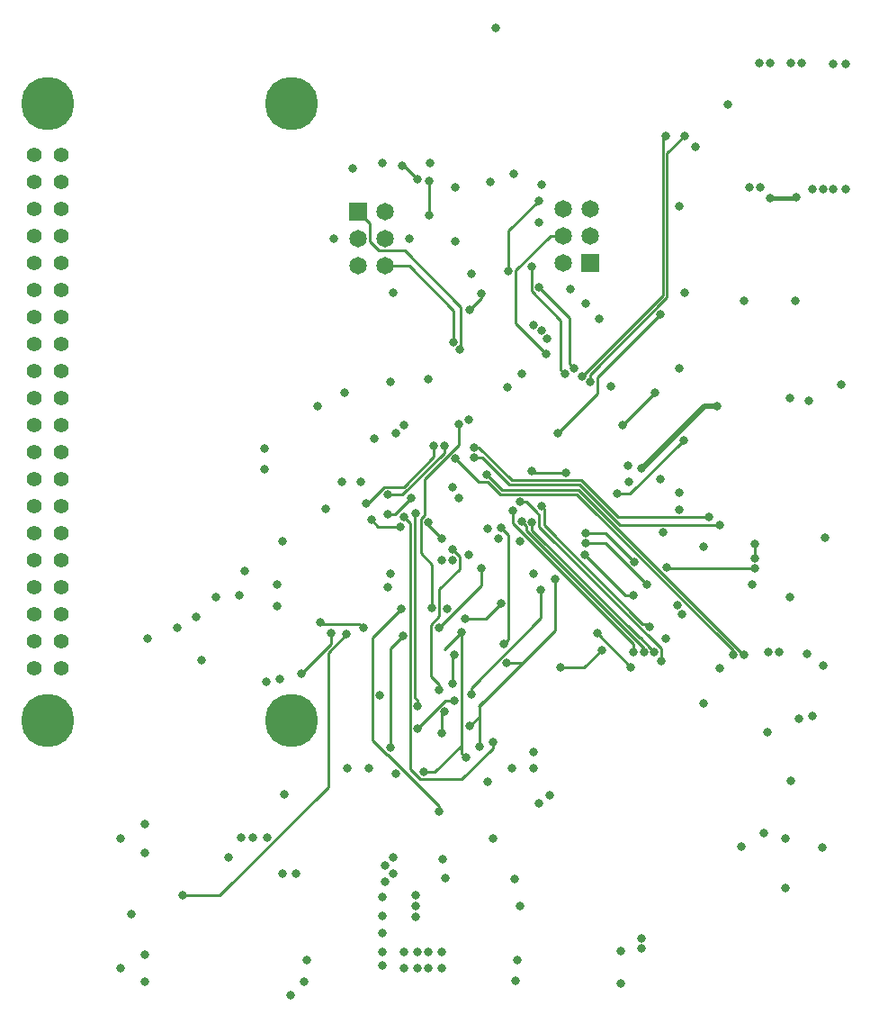
<source format=gbr>
G04 #@! TF.GenerationSoftware,KiCad,Pcbnew,(5.1.5)-3*
G04 #@! TF.CreationDate,2020-10-19T10:12:20-04:00*
G04 #@! TF.ProjectId,flight_computer,666c6967-6874-45f6-936f-6d7075746572,rev?*
G04 #@! TF.SameCoordinates,Original*
G04 #@! TF.FileFunction,Copper,L4,Bot*
G04 #@! TF.FilePolarity,Positive*
%FSLAX46Y46*%
G04 Gerber Fmt 4.6, Leading zero omitted, Abs format (unit mm)*
G04 Created by KiCad (PCBNEW (5.1.5)-3) date 2020-10-19 10:12:20*
%MOMM*%
%LPD*%
G04 APERTURE LIST*
%ADD10C,5.000000*%
%ADD11C,1.397000*%
%ADD12R,1.651000X1.651000*%
%ADD13C,1.651000*%
%ADD14C,0.800000*%
%ADD15C,0.508000*%
%ADD16C,0.254000*%
%ADD17C,0.381000*%
G04 APERTURE END LIST*
D10*
X106058000Y-74124000D03*
X106058000Y-132124000D03*
X83058000Y-74124000D03*
X83058000Y-132124000D03*
D11*
X84328000Y-78994000D03*
X81788000Y-78994000D03*
X84328000Y-81534000D03*
X81788000Y-81534000D03*
X84328000Y-84074000D03*
X81788000Y-84074000D03*
X84328000Y-86614000D03*
X81788000Y-86614000D03*
X84328000Y-89154000D03*
X81788000Y-89154000D03*
X84328000Y-91694000D03*
X81788000Y-91694000D03*
X84328000Y-94234000D03*
X81788000Y-94234000D03*
X84328000Y-96774000D03*
X81788000Y-96774000D03*
X84328000Y-99314000D03*
X81788000Y-99314000D03*
X84328000Y-101854000D03*
X81788000Y-101854000D03*
X84328000Y-104394000D03*
X81788000Y-104394000D03*
X84328000Y-106934000D03*
X81788000Y-106934000D03*
X84328000Y-109474000D03*
X81788000Y-109474000D03*
X84328000Y-112014000D03*
X81788000Y-112014000D03*
X84328000Y-114554000D03*
X81788000Y-114554000D03*
X84328000Y-117094000D03*
X81788000Y-117094000D03*
X84328000Y-119634000D03*
X81788000Y-119634000D03*
X84328000Y-122174000D03*
X81788000Y-122174000D03*
X84328000Y-124714000D03*
X81788000Y-124714000D03*
X84328000Y-127254000D03*
X81788000Y-127254000D03*
D12*
X134112000Y-89154000D03*
D13*
X131572000Y-89154000D03*
X134112000Y-86614000D03*
X131572000Y-86614000D03*
X134112000Y-84074000D03*
X131572000Y-84074000D03*
D12*
X112268000Y-84328000D03*
D13*
X114808000Y-84328000D03*
X112268000Y-86868000D03*
X114808000Y-86868000D03*
X112268000Y-89408000D03*
X114808000Y-89408000D03*
D14*
X115316000Y-118364000D03*
X115062000Y-119634000D03*
X115570000Y-145034000D03*
X114808000Y-145796000D03*
X115570000Y-146558000D03*
X114808000Y-147320000D03*
X105918000Y-157988000D03*
X107188000Y-156718000D03*
X107442000Y-154686000D03*
X116586000Y-153924000D03*
X117856000Y-153924000D03*
X118872000Y-153924000D03*
X120142000Y-153924000D03*
X117856000Y-155448000D03*
X118872000Y-155448000D03*
X120142000Y-155448000D03*
X116586000Y-155448000D03*
X114554000Y-153924000D03*
X114554000Y-155194000D03*
X127000000Y-147066000D03*
X127508000Y-149606000D03*
X127127000Y-156654500D03*
X127254000Y-154686000D03*
X90932000Y-150368000D03*
X89916000Y-155448000D03*
X92202000Y-154178000D03*
X92202000Y-156718000D03*
X124968000Y-143256000D03*
X100076000Y-145034000D03*
X89916000Y-143256000D03*
X92202000Y-144589500D03*
X92202000Y-141922500D03*
X137033000Y-156845000D03*
X137033000Y-153797000D03*
X153035000Y-137795000D03*
X156083000Y-127000000D03*
X154559000Y-125857000D03*
X153416000Y-92710000D03*
X132251400Y-91567000D03*
X133686499Y-92964000D03*
X135001000Y-94361000D03*
X150050500Y-70358000D03*
X151066500Y-70358000D03*
X153035000Y-70358000D03*
X154076400Y-70358000D03*
X157035500Y-70421500D03*
X158178500Y-70421500D03*
X147066000Y-74231500D03*
X155067000Y-82169000D03*
X156083000Y-82169000D03*
X157035500Y-82169000D03*
X158178500Y-82169000D03*
X152521920Y-147901660D03*
X136100820Y-100713540D03*
X142527020Y-99060000D03*
X157734000Y-100584000D03*
X152908000Y-101854000D03*
X110744000Y-109728000D03*
X112522000Y-109728000D03*
X103473000Y-108553000D03*
X97028000Y-122428000D03*
X95250000Y-123444000D03*
X97536000Y-126492000D03*
X114300000Y-129794000D03*
X126746000Y-136652000D03*
X111252000Y-136652000D03*
X113284000Y-136652000D03*
X115824000Y-137160000D03*
X124460000Y-137922000D03*
X129286000Y-139954000D03*
X130302000Y-139192000D03*
X128828989Y-118364000D03*
X146304000Y-127254000D03*
X150812500Y-133223000D03*
X149352000Y-119380000D03*
X125222000Y-67056000D03*
X120650000Y-121666000D03*
X116586000Y-104394000D03*
X148590000Y-92710000D03*
X142494000Y-83820000D03*
X143002000Y-91948000D03*
X149098000Y-82042000D03*
X150114000Y-82042000D03*
X144018000Y-78232000D03*
X117094000Y-86868000D03*
X109982000Y-86868000D03*
X103632000Y-128524000D03*
X104902000Y-128270000D03*
X151892000Y-125730000D03*
X150876000Y-125730000D03*
X141224000Y-124460000D03*
X152952400Y-120528972D03*
X129286000Y-85344000D03*
X115570000Y-91948000D03*
X108458000Y-102616000D03*
X110998000Y-101346000D03*
X115316000Y-100330000D03*
X127679400Y-99568000D03*
X142748000Y-122174000D03*
X142494000Y-110744000D03*
X140970000Y-114471400D03*
X122682000Y-116586000D03*
X104648000Y-121412000D03*
X105156000Y-115316000D03*
X121158000Y-110236000D03*
X101092000Y-120396000D03*
X105346500Y-139065000D03*
X105156000Y-146558000D03*
X106426000Y-146558000D03*
X154686000Y-102108000D03*
X128778000Y-94996000D03*
X130048000Y-96266000D03*
X137751246Y-109708254D03*
X146050000Y-102616000D03*
X138938000Y-108458000D03*
X113792000Y-105664000D03*
X115824000Y-105156000D03*
X127533997Y-115283366D03*
X109220000Y-112268000D03*
X120142000Y-117094000D03*
X121158000Y-117094000D03*
X125476000Y-115062000D03*
X124458413Y-114128830D03*
X121745150Y-111259189D03*
X118872000Y-100076000D03*
X122682000Y-103886000D03*
X129540000Y-95504000D03*
X140716000Y-109474000D03*
X142494000Y-112350600D03*
X137668000Y-108204000D03*
X122936000Y-90170000D03*
X126320600Y-100838000D03*
X121412000Y-82042000D03*
X121412000Y-87122000D03*
X114554000Y-79756000D03*
X119092591Y-79722591D03*
X124714000Y-81534000D03*
X126917400Y-80772000D03*
X144780000Y-130556000D03*
X144780000Y-115824000D03*
X150495000Y-142748000D03*
X152527000Y-143256000D03*
X155067000Y-131699000D03*
X153797000Y-131953000D03*
X156210000Y-114935000D03*
X156019500Y-144081500D03*
X139001500Y-153606500D03*
X139001500Y-152654000D03*
X120269000Y-145224500D03*
X117729000Y-150622000D03*
X117729000Y-149606000D03*
X117729000Y-148590000D03*
X114554000Y-148717000D03*
X114554000Y-150495000D03*
X114554000Y-152146000D03*
X120523000Y-146939000D03*
X92456000Y-124460000D03*
X103505000Y-106553000D03*
X98933000Y-120523000D03*
X101282500Y-143129000D03*
X102425500Y-143129000D03*
X103759000Y-143129000D03*
X111760000Y-80264000D03*
X148336000Y-144018000D03*
X142355973Y-121296027D03*
X104648000Y-119380000D03*
X128778000Y-136601400D03*
X128778000Y-135128000D03*
X129540000Y-81788000D03*
X101600000Y-118110000D03*
X116480600Y-80010000D03*
X117856000Y-81280000D03*
X118971409Y-81434591D03*
X118954600Y-84615409D03*
X123924409Y-91975591D03*
X122764600Y-93571409D03*
X132588000Y-99060000D03*
X129286000Y-91440000D03*
X131795554Y-99588297D03*
X128606599Y-89490599D03*
X119442092Y-106315425D03*
X113030000Y-111760000D03*
X120394495Y-106315425D03*
X115062000Y-110915400D03*
X134810500Y-123952000D03*
X137985500Y-127127000D03*
X127552400Y-111574217D03*
X140823803Y-126522384D03*
X140144403Y-125730000D03*
X128680073Y-113523277D03*
X127698500Y-113474500D03*
X139192000Y-125730000D03*
X138176000Y-125730000D03*
X126873000Y-112458500D03*
X129286000Y-83312000D03*
X126483712Y-89916000D03*
X129985700Y-97658166D03*
X131064000Y-105156000D03*
X140721784Y-93985784D03*
X131826000Y-108896190D03*
X128638210Y-108712000D03*
X121898287Y-97299438D03*
X121279047Y-96575828D03*
X117265400Y-111252000D03*
X115062000Y-112776000D03*
X149606000Y-117856000D03*
X141318166Y-117761834D03*
X138266959Y-117207013D03*
X133724690Y-114554000D03*
X149624909Y-116897909D03*
X149606000Y-115520200D03*
X119888000Y-140716000D03*
X116332000Y-121666000D03*
X123904232Y-117808232D03*
X108712000Y-122936000D03*
X119888000Y-123444000D03*
X112786281Y-123454281D03*
X121748194Y-104311804D03*
X111229144Y-124050600D03*
X95758000Y-148590000D03*
X119281208Y-121567208D03*
X138176000Y-120396000D03*
X133604000Y-116586000D03*
X133350000Y-99822000D03*
X141224000Y-77216000D03*
X134142446Y-100350297D03*
X143002000Y-77216000D03*
X136718040Y-110815120D03*
X142925800Y-105783380D03*
X140208000Y-101346000D03*
X137160000Y-104394000D03*
X146304000Y-113792000D03*
X123190000Y-107442000D03*
X145288000Y-113030000D03*
X123194207Y-106485390D03*
X133724690Y-115506403D03*
X139446000Y-119380000D03*
X139762367Y-123381633D03*
X129540000Y-112014000D03*
X124399761Y-109026239D03*
X148590000Y-125984000D03*
X121412000Y-107524600D03*
X147574000Y-125984000D03*
X109728000Y-123952000D03*
X106934000Y-127762000D03*
X115316000Y-134722820D03*
X122341292Y-122595292D03*
X125730000Y-121158000D03*
X116508972Y-124206000D03*
X117867772Y-130810000D03*
X117761827Y-112681827D03*
X117867773Y-132919567D03*
X121373615Y-130302000D03*
X122936000Y-129671400D03*
X129508389Y-119888000D03*
X125730000Y-114046000D03*
X120142000Y-133350000D03*
X120413079Y-131335079D03*
X121158000Y-128715400D03*
X121373615Y-125984000D03*
X125984000Y-124968000D03*
X123698000Y-134620000D03*
X130867190Y-118872000D03*
X122783986Y-132689986D03*
X126247266Y-126755266D03*
X122453014Y-135661014D03*
X118465986Y-137007986D03*
X122047000Y-123825000D03*
X135227409Y-125511909D03*
X131329600Y-127190500D03*
X124968000Y-134198600D03*
X116586000Y-113030000D03*
X121158000Y-116078000D03*
X119888000Y-129286000D03*
X113538000Y-113284000D03*
X116284824Y-113933528D03*
X118872000Y-113538000D03*
X120142000Y-115062000D03*
X151112239Y-83040239D03*
X153504247Y-82929075D03*
D15*
X139057706Y-108458000D02*
X138938000Y-108458000D01*
X146050000Y-102616000D02*
X144899706Y-102616000D01*
X144899706Y-102616000D02*
X139057706Y-108458000D01*
D16*
X116480600Y-80010000D02*
X116586000Y-80010000D01*
X116586000Y-80010000D02*
X117856000Y-81280000D01*
X118971409Y-81434591D02*
X118971409Y-84598600D01*
X118971409Y-84598600D02*
X118954600Y-84615409D01*
X123924409Y-91975591D02*
X123924409Y-92411600D01*
X123924409Y-92411600D02*
X122764600Y-93571409D01*
X132188001Y-94342001D02*
X129286000Y-91440000D01*
X132588000Y-99060000D02*
X132188001Y-98660001D01*
X132188001Y-98660001D02*
X132188001Y-94342001D01*
X131795554Y-99588297D02*
X131395555Y-99188298D01*
X131395555Y-94555069D02*
X128606599Y-91766113D01*
X131395555Y-99188298D02*
X131395555Y-94555069D01*
X128606599Y-91766113D02*
X128606599Y-91186000D01*
X128606599Y-91186000D02*
X128606599Y-89490599D01*
X119442092Y-106315425D02*
X119442092Y-107379908D01*
X119442092Y-107379908D02*
X116586000Y-110236000D01*
X113211886Y-111760000D02*
X113030000Y-111760000D01*
X116586000Y-110236000D02*
X114735887Y-110235999D01*
X114735887Y-110235999D02*
X113211886Y-111760000D01*
X116481350Y-110915400D02*
X115062000Y-110915400D01*
X120394495Y-106315425D02*
X120394495Y-107002255D01*
X120394495Y-107002255D02*
X116481350Y-110915400D01*
X134810500Y-123952000D02*
X137985500Y-127127000D01*
X127552400Y-111574217D02*
X128118085Y-111574217D01*
X129359474Y-112815606D02*
X129048934Y-112505066D01*
X128118085Y-111574217D02*
X129048934Y-112505066D01*
X140823803Y-126522384D02*
X140823803Y-125403886D01*
X129359474Y-113939557D02*
X129359474Y-112815606D01*
X140823803Y-125403886D02*
X129359474Y-113939557D01*
X139744404Y-125330001D02*
X139744404Y-125266404D01*
X140144403Y-125730000D02*
X139744404Y-125330001D01*
X138874500Y-124396500D02*
X138802145Y-124396500D01*
X139744404Y-125266404D02*
X138874500Y-124396500D01*
X138802145Y-124396500D02*
X128680073Y-114274428D01*
X128680073Y-114274428D02*
X128680073Y-113523277D01*
X128098499Y-113874499D02*
X128098499Y-114267604D01*
X127698500Y-113474500D02*
X128098499Y-113874499D01*
X128098499Y-114267604D02*
X139192000Y-125361105D01*
X139192000Y-125361105D02*
X139192000Y-125730000D01*
X126873000Y-113616855D02*
X126873000Y-112458500D01*
X138176000Y-125730000D02*
X138176000Y-124919855D01*
X138176000Y-124919855D02*
X126873000Y-113616855D01*
X129286000Y-83312000D02*
X126483712Y-86114288D01*
X126483712Y-86114288D02*
X126483712Y-89916000D01*
X129985700Y-97658166D02*
X127163112Y-94835578D01*
X127163112Y-89855455D02*
X127163112Y-91349112D01*
X131572000Y-86614000D02*
X130404567Y-86614000D01*
X127163112Y-94835578D02*
X127163112Y-91349112D01*
X130404567Y-86614000D02*
X127163112Y-89855455D01*
X127163112Y-91349112D02*
X127163112Y-91238746D01*
X134821847Y-99885721D02*
X140721784Y-93985784D01*
X131064000Y-105156000D02*
X134821847Y-101398153D01*
X134821847Y-101398153D02*
X134821847Y-99885721D01*
X131826000Y-108896190D02*
X128822400Y-108896190D01*
X128822400Y-108896190D02*
X128638210Y-108712000D01*
X121958448Y-97239277D02*
X121958448Y-93256448D01*
X121898287Y-97299438D02*
X121958448Y-97239277D01*
X113372901Y-85432901D02*
X112268000Y-84328000D01*
X113372901Y-87068155D02*
X113372901Y-85432901D01*
X114277647Y-87972901D02*
X113372901Y-87068155D01*
X116674901Y-87972901D02*
X114277647Y-87972901D01*
X121958448Y-93256448D02*
X116674901Y-87972901D01*
X121279047Y-96575828D02*
X121279047Y-93593047D01*
X117094000Y-89408000D02*
X114808000Y-89408000D01*
X121279047Y-93593047D02*
X117094000Y-89408000D01*
X117265400Y-111252000D02*
X115741400Y-112776000D01*
X115741400Y-112776000D02*
X115062000Y-112776000D01*
X149606000Y-117856000D02*
X141412332Y-117856000D01*
X141412332Y-117856000D02*
X141318166Y-117761834D01*
X138266959Y-117207013D02*
X135613946Y-114554000D01*
X135613946Y-114554000D02*
X133724690Y-114554000D01*
X149624909Y-116897909D02*
X149624909Y-115539109D01*
X149624909Y-115539109D02*
X149606000Y-115520200D01*
X113620599Y-124377401D02*
X116332000Y-121666000D01*
X119888000Y-140150315D02*
X115139906Y-135402221D01*
X114989887Y-135402221D02*
X113620599Y-134032933D01*
X119888000Y-140716000D02*
X119888000Y-140150315D01*
X115139906Y-135402221D02*
X114989887Y-135402221D01*
X113620599Y-134032933D02*
X113620599Y-124377401D01*
X123904232Y-117808232D02*
X123904232Y-119417282D01*
X123904232Y-119417282D02*
X120307151Y-123014363D01*
X108803607Y-123027607D02*
X108712000Y-122936000D01*
X120307151Y-123014363D02*
X120307151Y-123024849D01*
X120307151Y-123024849D02*
X119888000Y-123444000D01*
X108830282Y-123054282D02*
X108712000Y-122936000D01*
X112386282Y-123054282D02*
X108830282Y-123054282D01*
X112786281Y-123454281D02*
X112386282Y-123054282D01*
X111229144Y-124050600D02*
X109474000Y-125805744D01*
X99303514Y-148590000D02*
X95758000Y-148590000D01*
X109474000Y-125805744D02*
X109474000Y-138419514D01*
X109474000Y-138419514D02*
X99303514Y-148590000D01*
X118545887Y-109425613D02*
X118545887Y-112858599D01*
X121748194Y-104311804D02*
X121748194Y-106223306D01*
X121748194Y-106223306D02*
X118545887Y-109425613D01*
X118192599Y-113211887D02*
X118192599Y-116414599D01*
X118545887Y-112858599D02*
X118192599Y-113211887D01*
X118192599Y-116414599D02*
X119281208Y-117503208D01*
X119281208Y-117503208D02*
X119281208Y-121567208D01*
X138176000Y-120396000D02*
X137414000Y-120396000D01*
X137414000Y-120396000D02*
X133604000Y-116586000D01*
X140970000Y-92202000D02*
X133350000Y-99822000D01*
X141224000Y-77216000D02*
X140970000Y-77470000D01*
X140970000Y-77470000D02*
X140970000Y-92202000D01*
X134142446Y-99604304D02*
X134142446Y-100350297D01*
X141376409Y-92370341D02*
X134142446Y-99604304D01*
X143002000Y-77216000D02*
X141376410Y-78841590D01*
X141376410Y-78841590D02*
X141376409Y-92370341D01*
X137649894Y-110815120D02*
X136718040Y-110815120D01*
X137894060Y-110815120D02*
X137649894Y-110815120D01*
X142925800Y-105783380D02*
X137894060Y-110815120D01*
X140208000Y-101346000D02*
X137160000Y-104394000D01*
X136962264Y-113792000D02*
X133152264Y-109982000D01*
X146304000Y-113792000D02*
X136962264Y-113792000D01*
X133152264Y-109982000D02*
X126492000Y-109982000D01*
X126492000Y-109982000D02*
X123952000Y-107442000D01*
X123952000Y-107442000D02*
X123190000Y-107442000D01*
X145288000Y-113030000D02*
X136775014Y-113030000D01*
X136775014Y-113030000D02*
X133320604Y-109575590D01*
X133320604Y-109575590D02*
X126746000Y-109575590D01*
X126746000Y-109575590D02*
X123655800Y-106485390D01*
X123655800Y-106485390D02*
X123194207Y-106485390D01*
X133724690Y-115506403D02*
X135572403Y-115506403D01*
X135572403Y-115506403D02*
X139446000Y-119380000D01*
X129540000Y-112014000D02*
X129794000Y-112268000D01*
X129794000Y-112268000D02*
X129794000Y-113799333D01*
X129794000Y-113799333D02*
X139061333Y-123066666D01*
X139447400Y-123066666D02*
X139762367Y-123381633D01*
X139061333Y-123066666D02*
X139447400Y-123066666D01*
X124399761Y-109026239D02*
X125861928Y-110488406D01*
X148579514Y-125984000D02*
X148590000Y-125984000D01*
X125861928Y-110488406D02*
X133083920Y-110488406D01*
X133083920Y-110488406D02*
X148579514Y-125984000D01*
X121412000Y-107524600D02*
X123615400Y-109728000D01*
X125693588Y-110894816D02*
X132915580Y-110894816D01*
X123615400Y-109728000D02*
X124526772Y-109728000D01*
X124526772Y-109728000D02*
X125693588Y-110894816D01*
X132915580Y-110894816D02*
X147574000Y-125553236D01*
X147574000Y-125553236D02*
X147574000Y-125984000D01*
X109728000Y-123952000D02*
X109728000Y-124968000D01*
X109728000Y-124968000D02*
X106934000Y-127762000D01*
X122341292Y-122595292D02*
X124292708Y-122595292D01*
X124292708Y-122595292D02*
X125730000Y-121158000D01*
X115316000Y-125398972D02*
X116508972Y-124206000D01*
X115316000Y-134722820D02*
X115316000Y-125398972D01*
X117602000Y-112841654D02*
X117761827Y-112681827D01*
X117602000Y-129978543D02*
X117602000Y-112841654D01*
X117867772Y-130810000D02*
X117867772Y-130244315D01*
X117867772Y-130244315D02*
X117602000Y-129978543D01*
X117867773Y-132919567D02*
X120485340Y-130302000D01*
X120485340Y-130302000D02*
X121373615Y-130302000D01*
X129508389Y-122533326D02*
X129508389Y-119888000D01*
X122936000Y-129671400D02*
X122936000Y-129105715D01*
X122936000Y-129105715D02*
X129508389Y-122533326D01*
X126409401Y-114725401D02*
X126409401Y-124542599D01*
X125730000Y-114046000D02*
X126409401Y-114725401D01*
X120142000Y-133350000D02*
X120142000Y-131572000D01*
X120142000Y-131572000D02*
X120378921Y-131335079D01*
X120378921Y-131335079D02*
X120413079Y-131335079D01*
X121158000Y-128715400D02*
X121158000Y-126199615D01*
X121158000Y-126199615D02*
X121373615Y-125984000D01*
X125984000Y-124968000D02*
X126409401Y-124542599D01*
X123698000Y-130770458D02*
X124059229Y-130409229D01*
X123678229Y-130790229D02*
X124059229Y-130409229D01*
X123678229Y-130790229D02*
X123717771Y-130790229D01*
X130867190Y-123640810D02*
X130867190Y-118872000D01*
X123717771Y-130790229D02*
X127000000Y-127508000D01*
X123698000Y-131775972D02*
X123698000Y-131318000D01*
X123698000Y-134620000D02*
X123698000Y-131318000D01*
X122783986Y-132689986D02*
X123698000Y-131775972D01*
X123698000Y-131318000D02*
X123698000Y-130770458D01*
X127752734Y-126755266D02*
X128143000Y-126365000D01*
X126247266Y-126755266D02*
X127752734Y-126755266D01*
X128143000Y-126365000D02*
X130867190Y-123640810D01*
X127000000Y-127508000D02*
X128143000Y-126365000D01*
X122453014Y-135661014D02*
X122053015Y-135261015D01*
X119532014Y-137007986D02*
X122053015Y-134486985D01*
X118465986Y-137007986D02*
X119532014Y-137007986D01*
X122053015Y-135261015D02*
X122053015Y-134486985D01*
X122053015Y-134486985D02*
X122053015Y-124072985D01*
X120421401Y-125476000D02*
X122053015Y-123844386D01*
X135227409Y-125511909D02*
X133548818Y-127190500D01*
X133548818Y-127190500D02*
X131329600Y-127190500D01*
X116840000Y-113030000D02*
X116586000Y-113030000D01*
X124968000Y-134764285D02*
X122044898Y-137687387D01*
X122044898Y-137687387D02*
X118139873Y-137687387D01*
X124968000Y-134198600D02*
X124968000Y-134764285D01*
X118139873Y-137687387D02*
X117188372Y-136735886D01*
X117188372Y-113632372D02*
X116586000Y-113030000D01*
X117188372Y-136735886D02*
X117188372Y-113632372D01*
X121837401Y-116757401D02*
X121837401Y-117938599D01*
X121158000Y-116078000D02*
X121837401Y-116757401D01*
X119960609Y-122365877D02*
X119126000Y-123200486D01*
X121837401Y-117938599D02*
X119960609Y-119815391D01*
X119960609Y-119815391D02*
X119960609Y-122365877D01*
X119126000Y-123200486D02*
X119126000Y-128016000D01*
X119126000Y-128016000D02*
X119888000Y-128778000D01*
X119888000Y-128778000D02*
X119888000Y-129286000D01*
X113538000Y-113284000D02*
X114187528Y-113933528D01*
X114187528Y-113933528D02*
X116284824Y-113933528D01*
X118872000Y-113538000D02*
X118872000Y-113792000D01*
X118872000Y-113792000D02*
X120142000Y-115062000D01*
D17*
X151112239Y-83040239D02*
X153393083Y-83040239D01*
X153393083Y-83040239D02*
X153504247Y-82929075D01*
M02*

</source>
